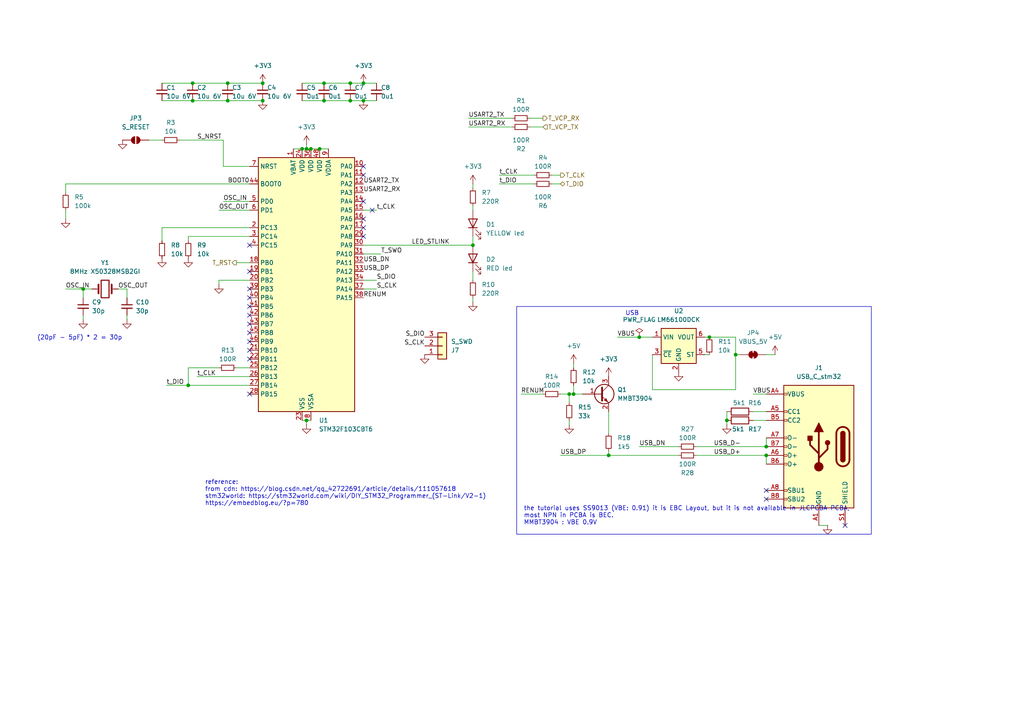
<source format=kicad_sch>
(kicad_sch (version 20231120) (generator "eeschema") (generator_version "8.0")
  (paper "A4")
  (lib_symbols
    (symbol "Connector:USB_C_Receptacle_USB2.0_16P" (pin_names (offset 1.016))
      (property "Reference" "J" (at 0 22.225 0))
      (property "Value" "USB_C_Receptacle_USB2.0_16P" (at 0 19.685 0))
      (symbol "USB_C_Receptacle_USB2.0_16P_0_0"
        (rectangle (start -0.254 -17.78) (end 0.254 -16.764))
        (rectangle (start 10.16 -14.986) (end 9.144 -15.494))
        (rectangle (start 10.16 -12.446) (end 9.144 -12.954))
        (rectangle (start 10.16 -4.826) (end 9.144 -5.334))
        (rectangle (start 10.16 -2.286) (end 9.144 -2.794))
        (rectangle (start 10.16 0.254) (end 9.144 -0.254))
        (rectangle (start 10.16 2.794) (end 9.144 2.286))
        (rectangle (start 10.16 7.874) (end 9.144 7.366))
        (rectangle (start 10.16 10.414) (end 9.144 9.906))
        (rectangle (start 10.16 15.494) (end 9.144 14.986))
      )
      (symbol "USB_C_Receptacle_USB2.0_16P_0_1"
        (rectangle (start -10.16 17.78) (end 10.16 -17.78) (stroke (width 0.254)) (fill (type background)))
        (arc (start -8.89 -3.81) (mid -6.985 -5.7067) (end -5.08 -3.81) (stroke (width 0.508)))
        (arc (start -7.62 -3.81) (mid -6.985 -4.4423) (end -6.35 -3.81) (stroke (width 0.254)))
        (arc (start -7.62 -3.81) (mid -6.985 -4.4423) (end -6.35 -3.81) (stroke (width 0.254)) (fill (type outline)))
        (rectangle (start -7.62 -3.81) (end -6.35 3.81) (stroke (width 0.254)) (fill (type outline)))
        (arc (start -6.35 3.81) (mid -6.985 4.4423) (end -7.62 3.81) (stroke (width 0.254)))
        (arc (start -6.35 3.81) (mid -6.985 4.4423) (end -7.62 3.81) (stroke (width 0.254)) (fill (type outline)))
        (arc (start -5.08 3.81) (mid -6.985 5.7067) (end -8.89 3.81) (stroke (width 0.508)))
        (circle (center -2.54 1.143) (radius 0.635) (stroke (width 0.254)) (fill (type outline)))
        (circle (center 0 -5.842) (radius 1.27) (fill (type outline)))
        (polyline (pts (xy -8.89 -3.81) (xy -8.89 3.81)) (stroke (width 0.508)))
        (polyline (pts (xy -5.08 3.81) (xy -5.08 -3.81)) (stroke (width 0.508)))
        (polyline (pts (xy 0 -5.842) (xy 0 4.318)) (stroke (width 0.508)))
        (polyline (pts (xy 0 -3.302) (xy -2.54 -0.762) (xy -2.54 0.508)) (stroke (width 0.508)))
        (polyline (pts (xy 0 -2.032) (xy 2.54 0.508) (xy 2.54 1.778)) (stroke (width 0.508)))
        (polyline (pts (xy -1.27 4.318) (xy 0 6.858) (xy 1.27 4.318) (xy -1.27 4.318)) (stroke (width 0.254)) (fill (type outline)))
        (rectangle (start 1.905 1.778) (end 3.175 3.048) (stroke (width 0.254)) (fill (type outline)))
      )
      (symbol "USB_C_Receptacle_USB2.0_16P_1_1"
        (pin passive line (at 0 -22.86 90) (length 5.08) (name "GND") (number "A1"))
        (pin passive line (at 0 -22.86 90) (length 5.08) hide (name "GND") (number "A12"))
        (pin passive line (at 15.24 15.24 180) (length 5.08) (name "VBUS") (number "A4"))
        (pin bidirectional line (at 15.24 10.16 180) (length 5.08) (name "CC1") (number "A5"))
        (pin bidirectional line (at 15.24 -2.54 180) (length 5.08) (name "D+") (number "A6"))
        (pin bidirectional line (at 15.24 2.54 180) (length 5.08) (name "D-") (number "A7"))
        (pin bidirectional line (at 15.24 -12.7 180) (length 5.08) (name "SBU1") (number "A8"))
        (pin passive line (at 15.24 15.24 180) (length 5.08) hide (name "VBUS") (number "A9"))
        (pin passive line (at 0 -22.86 90) (length 5.08) hide (name "GND") (number "B1"))
        (pin passive line (at 0 -22.86 90) (length 5.08) hide (name "GND") (number "B12"))
        (pin passive line (at 15.24 15.24 180) (length 5.08) hide (name "VBUS") (number "B4"))
        (pin bidirectional line (at 15.24 7.62 180) (length 5.08) (name "CC2") (number "B5"))
        (pin bidirectional line (at 15.24 -5.08 180) (length 5.08) (name "D+") (number "B6"))
        (pin bidirectional line (at 15.24 0 180) (length 5.08) (name "D-") (number "B7"))
        (pin bidirectional line (at 15.24 -15.24 180) (length 5.08) (name "SBU2") (number "B8"))
        (pin passive line (at 15.24 15.24 180) (length 5.08) hide (name "VBUS") (number "B9"))
        (pin passive line (at -7.62 -22.86 90) (length 5.08) (name "SHIELD") (number "S1"))
      )
    )
    (symbol "Connector_Generic:Conn_01x03" (pin_names (offset 1.016) hide)
      (property "Reference" "J" (at 0 5.08 0))
      (property "Value" "Conn_01x03" (at 0 -5.08 0))
      (symbol "Conn_01x03_1_1"
        (rectangle (start -1.27 -2.413) (end 0 -2.667) (stroke (width 0.1524)))
        (rectangle (start -1.27 0.127) (end 0 -0.127) (stroke (width 0.1524)))
        (rectangle (start -1.27 2.667) (end 0 2.413) (stroke (width 0.1524)))
        (rectangle (start -1.27 3.81) (end 1.27 -3.81) (stroke (width 0.254)) (fill (type background)))
        (pin passive line (at -5.08 2.54 0) (length 3.81) (name "Pin_1") (number "1"))
        (pin passive line (at -5.08 0 0) (length 3.81) (name "Pin_2") (number "2"))
        (pin passive line (at -5.08 -2.54 0) (length 3.81) (name "Pin_3") (number "3"))
      )
    )
    (symbol "Device:C_Small" (pin_numbers hide) (pin_names (offset 0.254) hide)
      (property "Reference" "C" (at 0.254 1.778 0))
      (property "Value" "C_Small" (at 0.254 -2.032 0))
      (symbol "C_Small_0_1"
        (polyline (pts (xy -1.524 -0.508) (xy 1.524 -0.508)) (stroke (width 0.3302)))
        (polyline (pts (xy -1.524 0.508) (xy 1.524 0.508)) (stroke (width 0.3048)))
      )
      (symbol "C_Small_1_1"
        (pin passive line (at 0 2.54 270) (length 2.032) (name "~") (number "1"))
        (pin passive line (at 0 -2.54 90) (length 2.032) (name "~") (number "2"))
      )
    )
    (symbol "Device:Crystal" (pin_numbers hide) (pin_names (offset 1.016) hide)
      (property "Reference" "Y" (at 0 3.81 0))
      (property "Value" "Crystal" (at 0 -3.81 0))
      (symbol "Crystal_0_1"
        (rectangle (start -1.143 2.54) (end 1.143 -2.54) (stroke (width 0.3048)))
        (polyline (pts (xy -2.54 0) (xy -1.905 0)))
        (polyline (pts (xy -1.905 -1.27) (xy -1.905 1.27)) (stroke (width 0.508)))
        (polyline (pts (xy 1.905 -1.27) (xy 1.905 1.27)) (stroke (width 0.508)))
        (polyline (pts (xy 2.54 0) (xy 1.905 0)))
      )
      (symbol "Crystal_1_1"
        (pin passive line (at -3.81 0 0) (length 1.27) (name "1") (number "1"))
        (pin passive line (at 3.81 0 180) (length 1.27) (name "2") (number "2"))
      )
    )
    (symbol "Device:LED" (pin_numbers hide) (pin_names (offset 1.016) hide)
      (property "Reference" "D" (at 0 2.54 0))
      (property "Value" "LED" (at 0 -2.54 0))
      (symbol "LED_0_1"
        (polyline (pts (xy -1.27 -1.27) (xy -1.27 1.27)) (stroke (width 0.254)))
        (polyline (pts (xy -1.27 0) (xy 1.27 0)))
        (polyline (pts (xy 1.27 -1.27) (xy 1.27 1.27) (xy -1.27 0) (xy 1.27 -1.27)) (stroke (width 0.254)))
        (polyline (pts (xy -3.048 -0.762) (xy -4.572 -2.286) (xy -3.81 -2.286) (xy -4.572 -2.286) (xy -4.572 -1.524)))
        (polyline (pts (xy -1.778 -0.762) (xy -3.302 -2.286) (xy -2.54 -2.286) (xy -3.302 -2.286) (xy -3.302 -1.524)))
      )
      (symbol "LED_1_1"
        (pin passive line (at -3.81 0 0) (length 2.54) (name "K") (number "1"))
        (pin passive line (at 3.81 0 180) (length 2.54) (name "A") (number "2"))
      )
    )
    (symbol "Device:R" (pin_numbers hide) (pin_names (offset 0))
      (property "Reference" "R" (at 2.032 0 90))
      (property "Value" "R" (at 0 0 90))
      (symbol "R_0_1"
        (rectangle (start -1.016 -2.54) (end 1.016 2.54) (stroke (width 0.254)))
      )
      (symbol "R_1_1"
        (pin passive line (at 0 3.81 270) (length 1.27) (name "~") (number "1"))
        (pin passive line (at 0 -3.81 90) (length 1.27) (name "~") (number "2"))
      )
    )
    (symbol "Device:R_Small" (pin_numbers hide) (pin_names (offset 0.254) hide)
      (property "Reference" "R" (at 0.762 0.508 0))
      (property "Value" "R_Small" (at 0.762 -1.016 0))
      (symbol "R_Small_0_1"
        (rectangle (start -0.762 1.778) (end 0.762 -1.778) (stroke (width 0.2032)))
      )
      (symbol "R_Small_1_1"
        (pin passive line (at 0 2.54 270) (length 0.762) (name "~") (number "1"))
        (pin passive line (at 0 -2.54 90) (length 0.762) (name "~") (number "2"))
      )
    )
    (symbol "Jumper:SolderJumper_2_Bridged" (pin_numbers hide) (pin_names (offset 0) hide) (exclude_from_sim yes) (in_bom no)
      (property "Reference" "JP" (at 0 2.032 0))
      (property "Value" "SolderJumper_2_Bridged" (at 0 -2.54 0))
      (symbol "SolderJumper_2_Bridged_0_1"
        (rectangle (start -0.508 0.508) (end 0.508 -0.508) (fill (type outline)))
        (arc (start -0.254 1.016) (mid -1.2656 0) (end -0.254 -1.016))
        (arc (start -0.254 1.016) (mid -1.2656 0) (end -0.254 -1.016) (fill (type outline)))
        (polyline (pts (xy -0.254 1.016) (xy -0.254 -1.016)))
        (polyline (pts (xy 0.254 1.016) (xy 0.254 -1.016)))
        (arc (start 0.254 -1.016) (mid 1.2656 0) (end 0.254 1.016))
        (arc (start 0.254 -1.016) (mid 1.2656 0) (end 0.254 1.016) (fill (type outline)))
      )
      (symbol "SolderJumper_2_Bridged_1_1"
        (pin passive line (at -3.81 0 0) (length 2.54) (name "A") (number "1"))
        (pin passive line (at 3.81 0 180) (length 2.54) (name "B") (number "2"))
      )
    )
    (symbol "Jumper:SolderJumper_2_Open" (pin_numbers hide) (pin_names (offset 0) hide) (exclude_from_sim yes) (in_bom no)
      (property "Reference" "JP" (at 0 2.032 0))
      (property "Value" "SolderJumper_2_Open" (at 0 -2.54 0))
      (symbol "SolderJumper_2_Open_0_1"
        (arc (start -0.254 1.016) (mid -1.2656 0) (end -0.254 -1.016))
        (arc (start -0.254 1.016) (mid -1.2656 0) (end -0.254 -1.016) (fill (type outline)))
        (polyline (pts (xy -0.254 1.016) (xy -0.254 -1.016)))
        (polyline (pts (xy 0.254 1.016) (xy 0.254 -1.016)))
        (arc (start 0.254 -1.016) (mid 1.2656 0) (end 0.254 1.016))
        (arc (start 0.254 -1.016) (mid 1.2656 0) (end 0.254 1.016) (fill (type outline)))
      )
      (symbol "SolderJumper_2_Open_1_1"
        (pin passive line (at -3.81 0 0) (length 2.54) (name "A") (number "1"))
        (pin passive line (at 3.81 0 180) (length 2.54) (name "B") (number "2"))
      )
    )
    (symbol "MCU_ST_STM32F1:STM32F103CBTx"
      (property "Reference" "U" (at -12.7 39.37 0))
      (property "Value" "STM32F103CBTx" (at 10.16 39.37 0))
      (symbol "STM32F103CBTx_0_1"
        (rectangle (start -12.7 -35.56) (end 15.24 38.1) (stroke (width 0.254)) (fill (type background)))
      )
      (symbol "STM32F103CBTx_1_1"
        (pin power_in line (at -2.54 40.64 270) (length 2.54) (name "VBAT") (number "1"))
        (pin bidirectional line (at 17.78 35.56 180) (length 2.54) (name "PA0") (number "10"))
        (pin bidirectional line (at 17.78 33.02 180) (length 2.54) (name "PA1") (number "11"))
        (pin bidirectional line (at 17.78 30.48 180) (length 2.54) (name "PA2") (number "12"))
        (pin bidirectional line (at 17.78 27.94 180) (length 2.54) (name "PA3") (number "13"))
        (pin bidirectional line (at 17.78 25.4 180) (length 2.54) (name "PA4") (number "14"))
        (pin bidirectional line (at 17.78 22.86 180) (length 2.54) (name "PA5") (number "15"))
        (pin bidirectional line (at 17.78 20.32 180) (length 2.54) (name "PA6") (number "16"))
        (pin bidirectional line (at 17.78 17.78 180) (length 2.54) (name "PA7") (number "17"))
        (pin bidirectional line (at -15.24 7.62 0) (length 2.54) (name "PB0") (number "18"))
        (pin bidirectional line (at -15.24 5.08 0) (length 2.54) (name "PB1") (number "19"))
        (pin bidirectional line (at -15.24 17.78 0) (length 2.54) (name "PC13") (number "2"))
        (pin bidirectional line (at -15.24 2.54 0) (length 2.54) (name "PB2") (number "20"))
        (pin bidirectional line (at -15.24 -17.78 0) (length 2.54) (name "PB10") (number "21"))
        (pin bidirectional line (at -15.24 -20.32 0) (length 2.54) (name "PB11") (number "22"))
        (pin power_in line (at 0 -38.1 90) (length 2.54) (name "VSS") (number "23"))
        (pin power_in line (at 0 40.64 270) (length 2.54) (name "VDD") (number "24"))
        (pin bidirectional line (at -15.24 -22.86 0) (length 2.54) (name "PB12") (number "25"))
        (pin bidirectional line (at -15.24 -25.4 0) (length 2.54) (name "PB13") (number "26"))
        (pin bidirectional line (at -15.24 -27.94 0) (length 2.54) (name "PB14") (number "27"))
        (pin bidirectional line (at -15.24 -30.48 0) (length 2.54) (name "PB15") (number "28"))
        (pin bidirectional line (at 17.78 15.24 180) (length 2.54) (name "PA8") (number "29"))
        (pin bidirectional line (at -15.24 15.24 0) (length 2.54) (name "PC14") (number "3"))
        (pin bidirectional line (at 17.78 12.7 180) (length 2.54) (name "PA9") (number "30"))
        (pin bidirectional line (at 17.78 10.16 180) (length 2.54) (name "PA10") (number "31"))
        (pin bidirectional line (at 17.78 7.62 180) (length 2.54) (name "PA11") (number "32"))
        (pin bidirectional line (at 17.78 5.08 180) (length 2.54) (name "PA12") (number "33"))
        (pin bidirectional line (at 17.78 2.54 180) (length 2.54) (name "PA13") (number "34"))
        (pin passive line (at 0 -38.1 90) (length 2.54) hide (name "VSS") (number "35"))
        (pin power_in line (at 2.54 40.64 270) (length 2.54) (name "VDD") (number "36"))
        (pin bidirectional line (at 17.78 0 180) (length 2.54) (name "PA14") (number "37"))
        (pin bidirectional line (at 17.78 -2.54 180) (length 2.54) (name "PA15") (number "38"))
        (pin bidirectional line (at -15.24 0 0) (length 2.54) (name "PB3") (number "39"))
        (pin bidirectional line (at -15.24 12.7 0) (length 2.54) (name "PC15") (number "4"))
        (pin bidirectional line (at -15.24 -2.54 0) (length 2.54) (name "PB4") (number "40"))
        (pin bidirectional line (at -15.24 -5.08 0) (length 2.54) (name "PB5") (number "41"))
        (pin bidirectional line (at -15.24 -7.62 0) (length 2.54) (name "PB6") (number "42"))
        (pin bidirectional line (at -15.24 -10.16 0) (length 2.54) (name "PB7") (number "43"))
        (pin input line (at -15.24 30.48 0) (length 2.54) (name "BOOT0") (number "44"))
        (pin bidirectional line (at -15.24 -12.7 0) (length 2.54) (name "PB8") (number "45"))
        (pin bidirectional line (at -15.24 -15.24 0) (length 2.54) (name "PB9") (number "46"))
        (pin passive line (at 0 -38.1 90) (length 2.54) hide (name "VSS") (number "47"))
        (pin power_in line (at 5.08 40.64 270) (length 2.54) (name "VDD") (number "48"))
        (pin bidirectional line (at -15.24 25.4 0) (length 2.54) (name "PD0") (number "5"))
        (pin bidirectional line (at -15.24 22.86 0) (length 2.54) (name "PD1") (number "6"))
        (pin input line (at -15.24 35.56 0) (length 2.54) (name "NRST") (number "7"))
        (pin power_in line (at 2.54 -38.1 90) (length 2.54) (name "VSSA") (number "8"))
        (pin power_in line (at 7.62 40.64 270) (length 2.54) (name "VDDA") (number "9"))
      )
    )
    (symbol "Power_Management:LM66100DCK"
      (property "Reference" "U" (at -5.08 6.096 0))
      (property "Value" "LM66100DCK" (at 0.254 -6.35 0))
      (symbol "LM66100DCK_0_1"
        (rectangle (start -5.08 5.08) (end 5.08 -5.08) (stroke (width 0.254)) (fill (type background)))
      )
      (symbol "LM66100DCK_1_1"
        (pin power_in line (at -7.62 2.54 0) (length 2.54) (name "VIN") (number "1"))
        (pin power_in line (at 0 -7.62 90) (length 2.54) (name "GND") (number "2"))
        (pin input line (at -7.62 -2.54 0) (length 2.54) (name "~{CE}") (number "3"))
        (pin no_connect line (at 0 5.08 270) (length 2.54) hide (name "NC") (number "4"))
        (pin open_collector line (at 7.62 -2.54 180) (length 2.54) (name "ST") (number "5"))
        (pin power_out line (at 7.62 2.54 180) (length 2.54) (name "VOUT") (number "6"))
      )
    )
    (symbol "Transistor_BJT:MMBT3904" (pin_names (offset 0) hide)
      (property "Reference" "Q" (at 5.08 1.905 0))
      (property "Value" "MMBT3904" (at 5.08 0 0))
      (symbol "MMBT3904_0_1"
        (polyline (pts (xy 0.635 0.635) (xy 2.54 2.54)))
        (polyline (pts (xy 0.635 -0.635) (xy 2.54 -2.54) (xy 2.54 -2.54)))
        (polyline (pts (xy 0.635 1.905) (xy 0.635 -1.905) (xy 0.635 -1.905)) (stroke (width 0.508)))
        (polyline (pts (xy 1.27 -1.778) (xy 1.778 -1.27) (xy 2.286 -2.286) (xy 1.27 -1.778) (xy 1.27 -1.778)) (fill (type outline)))
        (circle (center 1.27 0) (radius 2.8194) (stroke (width 0.254)))
      )
      (symbol "MMBT3904_1_1"
        (pin input line (at -5.08 0 0) (length 5.715) (name "B") (number "1"))
        (pin passive line (at 2.54 -5.08 90) (length 2.54) (name "E") (number "2"))
        (pin passive line (at 2.54 5.08 270) (length 2.54) (name "C") (number "3"))
      )
    )
    (symbol "power:+3V3" (power) (pin_numbers hide) (pin_names (offset 0) hide)
      (property "Value" "+3V3" (at 0 3.556 0))
      (symbol "+3V3_0_1"
        (polyline (pts (xy -0.762 1.27) (xy 0 2.54)))
        (polyline (pts (xy 0 0) (xy 0 2.54)))
        (polyline (pts (xy 0 2.54) (xy 0.762 1.27)))
      )
      (symbol "+3V3_1_1"
        (pin power_in line (at 0 0 90) (length 0) (name "~") (number "1"))
      )
    )
    (symbol "power:+5V" (power) (pin_numbers hide) (pin_names (offset 0) hide)
      (property "Value" "+5V" (at 0 3.556 0))
      (symbol "+5V_0_1"
        (polyline (pts (xy -0.762 1.27) (xy 0 2.54)))
        (polyline (pts (xy 0 0) (xy 0 2.54)))
        (polyline (pts (xy 0 2.54) (xy 0.762 1.27)))
      )
      (symbol "+5V_1_1"
        (pin power_in line (at 0 0 90) (length 0) (name "~") (number "1"))
      )
    )
    (symbol "power:GND" (power) (pin_numbers hide) (pin_names (offset 0) hide)
      (property "Value" "GND" (at 0 -3.81 0))
      (symbol "GND_0_1"
        (polyline (pts (xy 0 0) (xy 0 -1.27) (xy 1.27 -1.27) (xy 0 -2.54) (xy -1.27 -1.27) (xy 0 -1.27)))
      )
      (symbol "GND_1_1"
        (pin power_in line (at 0 0 270) (length 0) (name "~") (number "1"))
      )
    )
    (symbol "power:PWR_FLAG" (power) (pin_numbers hide) (pin_names (offset 0) hide)
      (property "Value" "PWR_FLAG" (at 0 3.81 0))
      (symbol "PWR_FLAG_0_0"
        (pin power_out line (at 0 0 90) (length 0) (name "~") (number "1"))
      )
      (symbol "PWR_FLAG_0_1"
        (polyline (pts (xy 0 0) (xy 0 1.27) (xy -1.016 1.905) (xy 0 2.54) (xy 1.016 1.905) (xy 0 1.27)))
      )
    )
  )
  (junction (at 93.98 24.13))
  (junction (at 87.63 43.18))
  (junction (at 222.25 129.54))
  (junction (at 105.41 24.13))
  (junction (at 93.98 29.21))
  (junction (at 165.1 114.3))
  (junction (at 166.37 114.3))
  (junction (at 24.13 83.82))
  (junction (at 92.71 43.18))
  (junction (at 88.9 121.92))
  (junction (at 88.9 43.18))
  (junction (at 66.04 29.21))
  (junction (at 76.2 24.13))
  (junction (at 54.61 111.76))
  (junction (at 55.88 29.21))
  (junction (at 66.04 24.13))
  (junction (at 137.16 71.12))
  (junction (at 176.53 132.08))
  (junction (at 55.88 24.13))
  (junction (at 105.41 29.21))
  (junction (at 101.6 24.13))
  (junction (at 76.2 29.21))
  (junction (at 101.6 29.21))
  (junction (at 185.42 97.79))
  (junction (at 213.36 102.87))
  (junction (at 90.17 43.18))
  (junction (at 210.82 121.92))
  (junction (at 222.25 132.08))
  (junction (at 205.74 97.79))
  (no_connect (at 72.39 104.14))
  (no_connect (at 72.39 86.36))
  (no_connect (at 72.39 93.98))
  (no_connect (at 72.39 71.12))
  (no_connect (at 72.39 78.74))
  (no_connect (at 105.41 48.26))
  (no_connect (at 72.39 114.3))
  (no_connect (at 245.11 152.4))
  (no_connect (at 105.41 58.42))
  (no_connect (at 222.25 144.78))
  (no_connect (at 72.39 99.06))
  (no_connect (at 105.41 63.5))
  (no_connect (at 72.39 91.44))
  (no_connect (at 72.39 83.82))
  (no_connect (at 105.41 50.8))
  (no_connect (at 72.39 96.52))
  (no_connect (at 222.25 142.24))
  (no_connect (at 107.95 60.96))
  (no_connect (at 105.41 66.04))
  (no_connect (at 105.41 68.58))
  (no_connect (at 72.39 88.9))
  (no_connect (at 72.39 101.6))
  (wire (pts (xy 137.16 81.28) (xy 137.16 78.74)))
  (wire (pts (xy 137.16 87.63) (xy 137.16 86.36)))
  (wire (pts (xy 88.9 41.91) (xy 88.9 43.18)))
  (wire (pts (xy 88.9 43.18) (xy 87.63 43.18)))
  (wire (pts (xy 137.16 71.12) (xy 137.16 68.58)))
  (wire (pts (xy 162.56 132.08) (xy 176.53 132.08)))
  (wire (pts (xy 92.71 43.18) (xy 95.25 43.18)))
  (wire (pts (xy 109.22 60.96) (xy 105.41 60.96)))
  (wire (pts (xy 46.99 29.21) (xy 55.88 29.21)))
  (wire (pts (xy 88.9 121.92) (xy 87.63 121.92)))
  (wire (pts (xy 48.26 111.76) (xy 54.61 111.76)))
  (wire (pts (xy 63.5 106.68) (xy 54.61 106.68)))
  (wire (pts (xy 213.36 102.87) (xy 213.36 97.79)))
  (wire (pts (xy 166.37 111.76) (xy 166.37 114.3)))
  (wire (pts (xy 90.17 43.18) (xy 92.71 43.18)))
  (wire (pts (xy 19.05 55.88) (xy 19.05 53.34)))
  (wire (pts (xy 55.88 29.21) (xy 66.04 29.21)))
  (wire (pts (xy 64.77 48.26) (xy 72.39 48.26)))
  (wire (pts (xy 54.61 106.68) (xy 54.61 111.76)))
  (wire (pts (xy 189.23 102.87) (xy 189.23 113.03)))
  (wire (pts (xy 24.13 83.82) (xy 26.67 83.82)))
  (wire (pts (xy 88.9 43.18) (xy 90.17 43.18)))
  (wire (pts (xy 68.58 76.2) (xy 72.39 76.2)))
  (wire (pts (xy 105.41 71.12) (xy 137.16 71.12)))
  (wire (pts (xy 166.37 105.41) (xy 166.37 106.68)))
  (wire (pts (xy 66.04 24.13) (xy 76.2 24.13)))
  (wire (pts (xy 176.53 132.08) (xy 196.85 132.08)))
  (wire (pts (xy 196.85 129.54) (xy 185.42 129.54)))
  (wire (pts (xy 46.99 69.85) (xy 46.99 66.04)))
  (wire (pts (xy 87.63 43.18) (xy 85.09 43.18)))
  (wire (pts (xy 218.44 121.92) (xy 222.25 121.92)))
  (wire (pts (xy 105.41 83.82) (xy 109.22 83.82)))
  (wire (pts (xy 222.25 127) (xy 222.25 129.54)))
  (wire (pts (xy 57.15 109.22) (xy 72.39 109.22)))
  (wire (pts (xy 24.13 91.44) (xy 24.13 92.71)))
  (wire (pts (xy 34.29 83.82) (xy 36.83 83.82)))
  (wire (pts (xy 137.16 59.69) (xy 137.16 60.96)))
  (wire (pts (xy 166.37 114.3) (xy 168.91 114.3)))
  (wire (pts (xy 101.6 24.13) (xy 105.41 24.13)))
  (wire (pts (xy 153.67 34.29) (xy 157.48 34.29)))
  (wire (pts (xy 43.18 40.64) (xy 46.99 40.64)))
  (wire (pts (xy 19.05 83.82) (xy 24.13 83.82)))
  (wire (pts (xy 151.13 114.3) (xy 157.48 114.3)))
  (wire (pts (xy 160.02 53.34) (xy 162.56 53.34)))
  (wire (pts (xy 87.63 24.13) (xy 93.98 24.13)))
  (wire (pts (xy 160.02 50.8) (xy 162.56 50.8)))
  (wire (pts (xy 64.77 40.64) (xy 52.07 40.64)))
  (wire (pts (xy 105.41 24.13) (xy 109.22 24.13)))
  (wire (pts (xy 24.13 83.82) (xy 24.13 86.36)))
  (wire (pts (xy 218.44 119.38) (xy 222.25 119.38)))
  (wire (pts (xy 105.41 81.28) (xy 109.22 81.28)))
  (wire (pts (xy 213.36 113.03) (xy 213.36 102.87)))
  (wire (pts (xy 218.44 114.3) (xy 222.25 114.3)))
  (wire (pts (xy 135.89 34.29) (xy 148.59 34.29)))
  (wire (pts (xy 165.1 114.3) (xy 166.37 114.3)))
  (wire (pts (xy 46.99 24.13) (xy 55.88 24.13)))
  (wire (pts (xy 214.63 102.87) (xy 213.36 102.87)))
  (wire (pts (xy 153.67 36.83) (xy 157.48 36.83)))
  (wire (pts (xy 36.83 86.36) (xy 36.83 83.82)))
  (wire (pts (xy 101.6 29.21) (xy 105.41 29.21)))
  (wire (pts (xy 210.82 119.38) (xy 210.82 121.92)))
  (wire (pts (xy 185.42 97.79) (xy 189.23 97.79)))
  (wire (pts (xy 64.77 48.26) (xy 64.77 40.64)))
  (wire (pts (xy 135.89 36.83) (xy 148.59 36.83)))
  (wire (pts (xy 55.88 24.13) (xy 66.04 24.13)))
  (wire (pts (xy 105.41 29.21) (xy 109.22 29.21)))
  (wire (pts (xy 54.61 68.58) (xy 54.61 69.85)))
  (wire (pts (xy 201.93 132.08) (xy 222.25 132.08)))
  (wire (pts (xy 63.5 60.96) (xy 72.39 60.96)))
  (wire (pts (xy 93.98 29.21) (xy 101.6 29.21)))
  (wire (pts (xy 179.07 97.79) (xy 185.42 97.79)))
  (wire (pts (xy 201.93 129.54) (xy 222.25 129.54)))
  (wire (pts (xy 63.5 81.28) (xy 63.5 82.55)))
  (wire (pts (xy 176.53 125.73) (xy 176.53 119.38)))
  (wire (pts (xy 87.63 29.21) (xy 93.98 29.21)))
  (wire (pts (xy 162.56 114.3) (xy 165.1 114.3)))
  (wire (pts (xy 88.9 121.92) (xy 90.17 121.92)))
  (wire (pts (xy 205.74 97.79) (xy 213.36 97.79)))
  (wire (pts (xy 240.03 152.4) (xy 237.49 152.4)))
  (wire (pts (xy 54.61 111.76) (xy 72.39 111.76)))
  (wire (pts (xy 165.1 123.19) (xy 165.1 121.92)))
  (wire (pts (xy 72.39 68.58) (xy 54.61 68.58)))
  (wire (pts (xy 19.05 53.34) (xy 72.39 53.34)))
  (wire (pts (xy 19.05 63.5) (xy 19.05 60.96)))
  (wire (pts (xy 93.98 24.13) (xy 101.6 24.13)))
  (wire (pts (xy 36.83 91.44) (xy 36.83 92.71)))
  (wire (pts (xy 154.94 53.34) (xy 144.78 53.34)))
  (wire (pts (xy 46.99 66.04) (xy 72.39 66.04)))
  (wire (pts (xy 105.41 73.66) (xy 110.49 73.66)))
  (wire (pts (xy 88.9 121.92) (xy 88.9 123.19)))
  (wire (pts (xy 204.47 97.79) (xy 205.74 97.79)))
  (wire (pts (xy 189.23 113.03) (xy 213.36 113.03)))
  (wire (pts (xy 68.58 106.68) (xy 72.39 106.68)))
  (wire (pts (xy 72.39 81.28) (xy 63.5 81.28)))
  (wire (pts (xy 204.47 102.87) (xy 205.74 102.87)))
  (wire (pts (xy 144.78 50.8) (xy 154.94 50.8)))
  (wire (pts (xy 64.77 58.42) (xy 72.39 58.42)))
  (wire (pts (xy 137.16 54.61) (xy 137.16 53.34)))
  (wire (pts (xy 176.53 130.81) (xy 176.53 132.08)))
  (wire (pts (xy 224.79 102.87) (xy 222.25 102.87)))
  (wire (pts (xy 165.1 116.84) (xy 165.1 114.3)))
  (wire (pts (xy 66.04 29.21) (xy 76.2 29.21)))
  (wire (pts (xy 210.82 121.92) (xy 210.82 123.19)))
  (wire (pts (xy 222.25 132.08) (xy 222.25 134.62)))
  (rectangle (start 149.86 88.9) (end 252.73 154.94))
  (text "the tutorial uses SS9013 (VBE: 0.91) it is EBC Layout, but it is not available in JLCPCBA PCBA,\nmost NPN in PCBA is BEC.\nMMBT3904 : VBE 0.9V" (at 151.892 149.606 0) (effects (font (size 1.27 1.27)) (justify left)))
  (text "(20pF - 5pF) * 2 = 30p" (at 23.114 98.044 0) (effects (font (size 1.27 1.27))))
  (text "USB" (at 181.356 91.694 0) (effects (font (size 1.27 1.27)) (justify left bottom)))
  (text "reference:\nfrom cdn: https://blog.csdn.net/qq_42722691/article/details/111057618\nstm32world: https://stm32world.com/wiki/DIY_STM32_Programmer_(ST-Link/V2-1)\nhttps://embedblog.eu/?p=780" (at 59.436 139.192 0) (effects (font (size 1.27 1.27)) (justify left top)))
  (label "t_CLK" (at 57.15 109.22 0))
  (label "S_DIO" (at 109.22 81.28 0))
  (label "OSC_OUT" (at 63.5 60.96 0))
  (label "T_SWO" (at 110.49 73.66 0))
  (label "t_CLK" (at 144.78 50.8 0))
  (label "USB_DN" (at 185.42 129.54 0))
  (label "OSC_IN" (at 64.77 58.42 0))
  (label "t_CLK" (at 109.22 60.96 0))
  (label "OSC_IN" (at 19.05 83.82 0))
  (label "USART2_TX" (at 135.89 34.29 0))
  (label "S_CLK" (at 123.19 100.33 180))
  (label "USB_D-" (at 207.01 129.54 0))
  (label "USART2_RX" (at 105.41 55.88 0))
  (label "S_DIO" (at 123.19 97.79 180))
  (label "USART2_RX" (at 135.89 36.83 0))
  (label "USB_D+" (at 207.01 132.08 0))
  (label "USB_DN" (at 105.41 76.2 0))
  (label "t_DIO" (at 48.26 111.76 0))
  (label "VBUS" (at 179.07 97.79 0))
  (label "OSC_OUT" (at 34.29 83.82 0))
  (label "RENUM" (at 105.41 86.36 0))
  (label "S_NRST" (at 57.15 40.64 0))
  (label "t_DIO" (at 144.78 53.34 0))
  (label "RENUM" (at 151.13 114.3 0))
  (label "BOOT0" (at 66.04 53.34 0))
  (label "VBUS" (at 218.44 114.3 0))
  (label "LED_STLINK" (at 119.38 71.12 0))
  (label "S_CLK" (at 109.22 83.82 0))
  (label "USB_DP" (at 162.56 132.08 0))
  (label "USART2_TX" (at 105.41 53.34 0))
  (label "USB_DP" (at 105.41 78.74 0))
  (hierarchical_label "T_VCP_RX" (shape output) (at 157.48 34.29 0))
  (hierarchical_label "T_VCP_TX" (shape input) (at 157.48 36.83 0))
  (hierarchical_label "T_CLK" (shape output) (at 162.56 50.8 0))
  (hierarchical_label "T_DIO" (shape bidirectional) (at 162.56 53.34 0))
  (hierarchical_label "T_RST" (shape output) (at 68.58 76.2 180))
  (symbol (lib_id "Device:R_Small") (at 176.53 128.27 0) (unit 1)
    (property "Reference" "R18" (at 179.07 127 0) (effects (justify left)))
    (property "Value" "1k5" (at 179.07 129.54 0) (effects (justify left)))
    (property "Footprint" "Resistor_SMD:R_0402_1005Metric" (effects (hide yes)))
    (property "Description" "Resistor, small symbol" (effects (hide yes)))
  )
  (symbol (lib_id "power:GND") (at 196.85 107.95 0) (unit 1)
    (property "Reference" "#PWR019" (effects (hide yes)))
    (property "Value" "GND" (effects (hide yes)))
    (property "Description" "Power symbol creates a global label with name \"GND\" , ground" (effects (hide yes)))
  )
  (symbol (lib_id "Jumper:SolderJumper_2_Open") (at 39.37 40.64 0) (unit 1) (exclude_from_sim yes) (in_bom no)
    (property "Reference" "JP3" (at 39.37 34.29 0))
    (property "Value" "S_RESET" (at 39.37 36.83 0))
    (property "Footprint" "Jumper:SolderJumper-2_P1.3mm_Open_RoundedPad1.0x1.5mm" (effects (hide yes)))
    (property "Description" "Solder Jumper, 2-pole, open" (effects (hide yes)))
  )
  (symbol (lib_id "power:+3V3") (at 176.53 109.22 0) (unit 1)
    (property "Reference" "#PWR020" (effects (hide yes)))
    (property "Value" "+3V3" (at 176.53 104.14 0))
    (property "Description" "Power symbol creates a global label with name \"+3V3\"" (effects (hide yes)))
  )
  (symbol (lib_id "Device:R_Small") (at 160.02 114.3 90) (unit 1)
    (property "Reference" "R14" (at 160.02 109.22 90))
    (property "Value" "100R" (at 160.02 111.76 90))
    (property "Footprint" "Resistor_SMD:R_0402_1005Metric" (effects (hide yes)))
    (property "Description" "Resistor, small symbol" (effects (hide yes)))
  )
  (symbol (lib_id "Device:R_Small") (at 157.48 50.8 90) (unit 1)
    (property "Reference" "R4" (at 157.48 45.72 90))
    (property "Value" "100R" (at 157.48 48.26 90))
    (property "Footprint" "Resistor_SMD:R_0402_1005Metric" (effects (hide yes)))
    (property "Description" "Resistor, small symbol" (effects (hide yes)))
  )
  (symbol (lib_id "Device:R_Small") (at 49.53 40.64 90) (unit 1)
    (property "Reference" "R3" (at 49.53 35.56 90))
    (property "Value" "10k" (at 49.53 38.1 90))
    (property "Footprint" "Resistor_SMD:R_0402_1005Metric" (effects (hide yes)))
    (property "Description" "Resistor, small symbol" (effects (hide yes)))
  )
  (symbol (lib_id "power:GND") (at 54.61 74.93 0) (unit 1)
    (property "Reference" "#PWR012" (effects (hide yes)))
    (property "Value" "GND" (effects (hide yes)))
    (property "Description" "Power symbol creates a global label with name \"GND\" , ground" (effects (hide yes)))
  )
  (symbol (lib_id "Device:C_Small") (at 46.99 26.67 0) (unit 1)
    (property "Reference" "C1" (at 48.26 25.4 0) (effects (justify left)))
    (property "Value" "10u 6V" (at 48.26 27.94 0) (effects (justify left)))
    (property "Footprint" "Capacitor_SMD:C_0402_1005Metric" (effects (hide yes)))
    (property "Description" "Unpolarized capacitor, small symbol" (effects (hide yes)))
  )
  (symbol (lib_id "power:GND") (at 123.19 102.87 0) (unit 1)
    (property "Reference" "#PWR042" (effects (hide yes)))
    (property "Value" "GND" (effects (hide yes)))
    (property "Description" "Power symbol creates a global label with name \"GND\" , ground" (effects (hide yes)))
  )
  (symbol (lib_id "Device:R") (at 214.63 119.38 90) (unit 1)
    (property "Reference" "R16" (at 218.948 116.84 90))
    (property "Value" "5k1" (at 214.376 116.84 90))
    (property "Footprint" "Resistor_SMD:R_0402_1005Metric" (effects (hide yes)))
    (property "Description" "Resistor" (effects (hide yes)))
  )
  (symbol (lib_id "power:PWR_FLAG") (at 185.42 97.79 0) (unit 1)
    (property "Reference" "#FLG01" (effects (hide yes)))
    (property "Value" "PWR_FLAG" (at 185.42 92.71 0))
    (property "Description" "Special symbol for telling ERC where power comes from" (effects (hide yes)))
  )
  (symbol (lib_id "Device:LED") (at 137.16 74.93 90) (unit 1)
    (property "Reference" "D2" (at 140.97 75.2474 90) (effects (justify right)))
    (property "Value" "RED led" (at 140.97 77.7874 90) (effects (justify right)))
    (property "Footprint" "LED_SMD:LED_0603_1608Metric" (effects (hide yes)))
    (property "Description" "Light emitting diode" (effects (hide yes)))
  )
  (symbol (lib_id "Device:C_Small") (at 76.2 26.67 0) (unit 1)
    (property "Reference" "C4" (at 77.47 25.4 0) (effects (justify left)))
    (property "Value" "10u 6V" (at 77.47 27.94 0) (effects (justify left)))
    (property "Footprint" "Capacitor_SMD:C_0402_1005Metric" (effects (hide yes)))
    (property "Description" "Unpolarized capacitor, small symbol" (effects (hide yes)))
  )
  (symbol (lib_id "Power_Management:LM66100DCK") (at 196.85 100.33 0) (unit 1)
    (property "Reference" "U2" (at 196.85 90.17 0))
    (property "Value" "LM66100DCK" (at 196.85 92.71 0))
    (property "Footprint" "Package_TO_SOT_SMD:SOT-363_SC-70-6" (effects (hide yes)))
    (property "Datasheet" "https://www.ti.com/lit/ds/symlink/lm66100.pdf" (effects (hide yes)))
    (property "Description" "Ideal Diode With Input Polarity Protection 1.5 - 5.5V  Input Voltage, 1.5A Output Current, Ron 141 mOhm, SC-70-6" (effects (hide yes)))
  )
  (symbol (lib_id "Device:R_Small") (at 199.39 129.54 270) (unit 1)
    (property "Reference" "R27" (at 199.39 124.46 90))
    (property "Value" "100R" (at 199.39 127 90))
    (property "Footprint" "Resistor_SMD:R_0402_1005Metric" (effects (hide yes)))
    (property "Description" "Resistor, small symbol" (effects (hide yes)))
  )
  (symbol (lib_id "Device:R_Small") (at 157.48 53.34 90) (mirror x) (unit 1)
    (property "Reference" "R6" (at 157.48 59.69 90))
    (property "Value" "100R" (at 157.48 57.15 90))
    (property "Footprint" "Resistor_SMD:R_0402_1005Metric" (effects (hide yes)))
    (property "Description" "Resistor, small symbol" (effects (hide yes)))
  )
  (symbol (lib_id "Connector:USB_C_Receptacle_USB2.0_16P") (at 237.49 129.54 0) (mirror y) (unit 1)
    (property "Reference" "J1" (at 237.49 106.68 0))
    (property "Value" "USB_C_stm32" (at 237.49 109.22 0))
    (property "Footprint" "Connector_USB:USB_C_Receptacle_GCT_USB4105-xx-A_16P_TopMnt_Horizontal" (effects (hide yes)))
    (property "Datasheet" "https://www.usb.org/sites/default/files/documents/usb_type-c.zip" (effects (hide yes)))
    (property "Description" "USB 2.0-only 16P Type-C Receptacle connector" (effects (hide yes)))
  )
  (symbol (lib_id "power:+3V3") (at 88.9 41.91 0) (unit 1)
    (property "Reference" "#PWR06" (effects (hide yes)))
    (property "Value" "+3V3" (at 88.9 36.83 0))
    (property "Description" "Power symbol creates a global label with name \"+3V3\"" (effects (hide yes)))
  )
  (symbol (lib_id "Device:R_Small") (at 54.61 72.39 0) (unit 1)
    (property "Reference" "R9" (at 57.15 71.12 0) (effects (justify left)))
    (property "Value" "10k" (at 57.15 73.66 0) (effects (justify left)))
    (property "Footprint" "Resistor_SMD:R_0402_1005Metric" (effects (hide yes)))
    (property "Description" "Resistor, small symbol" (effects (hide yes)))
  )
  (symbol (lib_id "Device:C_Small") (at 24.13 88.9 0) (unit 1)
    (property "Reference" "C9" (at 26.67 87.6362 0) (effects (justify left)))
    (property "Value" "30p" (at 26.67 90.1762 0) (effects (justify left)))
    (property "Footprint" "Capacitor_SMD:C_0402_1005Metric" (effects (hide yes)))
    (property "Description" "Unpolarized capacitor, small symbol" (effects (hide yes)))
  )
  (symbol (lib_id "Device:C_Small") (at 66.04 26.67 0) (unit 1)
    (property "Reference" "C3" (at 67.31 25.4 0) (effects (justify left)))
    (property "Value" "10u 6V" (at 67.31 27.94 0) (effects (justify left)))
    (property "Footprint" "Capacitor_SMD:C_0402_1005Metric" (effects (hide yes)))
    (property "Description" "Unpolarized capacitor, small symbol" (effects (hide yes)))
  )
  (symbol (lib_id "Device:R_Small") (at 199.39 132.08 270) (mirror x) (unit 1)
    (property "Reference" "R28" (at 199.39 137.16 90))
    (property "Value" "100R" (at 199.39 134.62 90))
    (property "Footprint" "Resistor_SMD:R_0402_1005Metric" (effects (hide yes)))
    (property "Description" "Resistor, small symbol" (effects (hide yes)))
  )
  (symbol (lib_id "Device:C_Small") (at 101.6 26.67 0) (unit 1)
    (property "Reference" "C7" (at 102.87 25.4 0) (effects (justify left)))
    (property "Value" "0u1" (at 102.87 27.94 0) (effects (justify left)))
    (property "Footprint" "Capacitor_SMD:C_0402_1005Metric" (effects (hide yes)))
    (property "Description" "Unpolarized capacitor, small symbol" (effects (hide yes)))
  )
  (symbol (lib_id "Transistor_BJT:MMBT3904") (at 173.99 114.3 0) (unit 1)
    (property "Reference" "Q1" (at 179.07 113.03 0) (effects (justify left)))
    (property "Value" "MMBT3904" (at 179.07 115.57 0) (effects (justify left)))
    (property "Footprint" "Package_TO_SOT_SMD:SOT-23" (effects (hide yes)))
    (property "Datasheet" "https://www.onsemi.com/pdf/datasheet/pzt3904-d.pdf" (effects (hide yes)))
    (property "Description" "0.2A Ic, 40V Vce, Small Signal NPN Transistor, SOT-23" (effects (hide yes)))
  )
  (symbol (lib_id "Connector_Generic:Conn_01x03") (at 128.27 100.33 0) (mirror x) (unit 1)
    (property "Reference" "J7" (at 130.81 101.6 0) (effects (justify left)))
    (property "Value" "S_SWD" (at 130.81 99.06 0) (effects (justify left)))
    (property "Footprint" "Connector_PinHeader_2.54mm:PinHeader_1x03_P2.54mm_Vertical" (effects (hide yes)))
    (property "Description" "Generic connector, single row, 01x03, script generated (kicad-library-utils/schlib/autogen/connector/)" (effects (hide yes)))
  )
  (symbol (lib_id "Device:Crystal") (at 30.48 83.82 0) (unit 1)
    (property "Reference" "Y1" (at 30.48 76.2 0))
    (property "Value" "8MHz X50328MSB2GI" (at 30.48 78.74 0))
    (property "Footprint" "Crystal:Crystal_SMD_5032-2Pin_5.0x3.2mm" (effects (hide yes)))
    (property "Description" "Two pin crystal" (effects (hide yes)))
  )
  (symbol (lib_id "power:GND") (at 19.05 63.5 0) (unit 1)
    (property "Reference" "#PWR010" (effects (hide yes)))
    (property "Value" "GND" (effects (hide yes)))
    (property "Description" "Power symbol creates a global label with name \"GND\" , ground" (effects (hide yes)))
  )
  (symbol (lib_id "power:GND") (at 88.9 123.19 0) (unit 1)
    (property "Reference" "#PWR023" (effects (hide yes)))
    (property "Value" "GND" (effects (hide yes)))
    (property "Description" "Power symbol creates a global label with name \"GND\" , ground" (effects (hide yes)))
  )
  (symbol (lib_id "power:GND") (at 240.03 152.4 0) (unit 1)
    (property "Reference" "#PWR025" (effects (hide yes)))
    (property "Value" "GND" (effects (hide yes)))
    (property "Description" "Power symbol creates a global label with name \"GND\" , ground" (effects (hide yes)))
  )
  (symbol (lib_id "Device:R_Small") (at 137.16 83.82 0) (unit 1)
    (property "Reference" "R10" (at 139.7 82.55 0) (effects (justify left)))
    (property "Value" "220R" (at 139.7 85.09 0) (effects (justify left)))
    (property "Footprint" "Resistor_SMD:R_0402_1005Metric" (effects (hide yes)))
    (property "Description" "Resistor, small symbol" (effects (hide yes)))
  )
  (symbol (lib_id "power:GND") (at 63.5 82.55 0) (unit 1)
    (property "Reference" "#PWR013" (effects (hide yes)))
    (property "Value" "GND" (effects (hide yes)))
    (property "Description" "Power symbol creates a global label with name \"GND\" , ground" (effects (hide yes)))
  )
  (symbol (lib_id "Device:R_Small") (at 137.16 57.15 0) (unit 1)
    (property "Reference" "R7" (at 139.7 55.88 0) (effects (justify left)))
    (property "Value" "220R" (at 139.7 58.42 0) (effects (justify left)))
    (property "Footprint" "Resistor_SMD:R_0402_1005Metric" (effects (hide yes)))
    (property "Description" "Resistor, small symbol" (effects (hide yes)))
  )
  (symbol (lib_id "Jumper:SolderJumper_2_Bridged") (at 218.44 102.87 0) (unit 1) (exclude_from_sim yes) (in_bom no)
    (property "Reference" "JP4" (at 218.44 96.52 0))
    (property "Value" "VBUS_5V" (at 218.44 99.06 0))
    (property "Footprint" "Jumper:SolderJumper-2_P1.3mm_Bridged2Bar_RoundedPad1.0x1.5mm" (effects (hide yes)))
    (property "Description" "Solder Jumper, 2-pole, closed/bridged" (effects (hide yes)))
  )
  (symbol (lib_id "power:GND") (at 210.82 123.19 0) (unit 1)
    (property "Reference" "#PWR022" (effects (hide yes)))
    (property "Value" "GND" (effects (hide yes)))
    (property "Description" "Power symbol creates a global label with name \"GND\" , ground" (effects (hide yes)))
  )
  (symbol (lib_id "power:+5V") (at 224.79 102.87 0) (mirror y) (unit 1)
    (property "Reference" "#PWR017" (effects (hide yes)))
    (property "Value" "+5V" (at 224.79 97.79 0))
    (property "Description" "Power symbol creates a global label with name \"+5V\"" (effects (hide yes)))
  )
  (symbol (lib_id "Device:R_Small") (at 151.13 34.29 90) (unit 1)
    (property "Reference" "R1" (at 151.13 29.21 90))
    (property "Value" "100R" (at 151.13 31.75 90))
    (property "Footprint" "Resistor_SMD:R_0402_1005Metric" (effects (hide yes)))
    (property "Description" "Resistor, small symbol" (effects (hide yes)))
  )
  (symbol (lib_id "power:+5V") (at 166.37 105.41 0) (mirror y) (unit 1)
    (property "Reference" "#PWR018" (effects (hide yes)))
    (property "Value" "+5V" (at 166.37 100.33 0))
    (property "Description" "Power symbol creates a global label with name \"+5V\"" (effects (hide yes)))
  )
  (symbol (lib_id "Device:C_Small") (at 55.88 26.67 0) (unit 1)
    (property "Reference" "C2" (at 57.15 25.4 0) (effects (justify left)))
    (property "Value" "10u 6V" (at 57.15 27.94 0) (effects (justify left)))
    (property "Footprint" "Capacitor_SMD:C_0402_1005Metric" (effects (hide yes)))
    (property "Description" "Unpolarized capacitor, small symbol" (effects (hide yes)))
  )
  (symbol (lib_id "Device:R_Small") (at 151.13 36.83 90) (mirror x) (unit 1)
    (property "Reference" "R2" (at 151.13 43.18 90))
    (property "Value" "100R" (at 151.13 40.64 90))
    (property "Footprint" "Resistor_SMD:R_0402_1005Metric" (effects (hide yes)))
    (property "Description" "Resistor, small symbol" (effects (hide yes)))
  )
  (symbol (lib_id "Device:C_Small") (at 36.83 88.9 0) (unit 1)
    (property "Reference" "C10" (at 39.37 87.6362 0) (effects (justify left)))
    (property "Value" "30p" (at 39.37 90.1762 0) (effects (justify left)))
    (property "Footprint" "Capacitor_SMD:C_0402_1005Metric" (effects (hide yes)))
    (property "Description" "Unpolarized capacitor, small symbol" (effects (hide yes)))
  )
  (symbol (lib_id "power:GND") (at 36.83 92.71 0) (unit 1)
    (property "Reference" "#PWR016" (effects (hide yes)))
    (property "Value" "GND" (effects (hide yes)))
    (property "Description" "Power symbol creates a global label with name \"GND\" , ground" (effects (hide yes)))
  )
  (symbol (lib_id "Device:C_Small") (at 93.98 26.67 0) (unit 1)
    (property "Reference" "C6" (at 95.25 25.4 0) (effects (justify left)))
    (property "Value" "0u1" (at 95.25 27.94 0) (effects (justify left)))
    (property "Footprint" "Capacitor_SMD:C_0402_1005Metric" (effects (hide yes)))
    (property "Description" "Unpolarized capacitor, small symbol" (effects (hide yes)))
  )
  (symbol (lib_id "Device:R_Small") (at 66.04 106.68 90) (unit 1)
    (property "Reference" "R13" (at 66.04 101.6 90))
    (property "Value" "100R" (at 66.04 104.14 90))
    (property "Footprint" "Resistor_SMD:R_0402_1005Metric" (effects (hide yes)))
    (property "Description" "Resistor, small symbol" (effects (hide yes)))
  )
  (symbol (lib_id "power:GND") (at 46.99 74.93 0) (unit 1)
    (property "Reference" "#PWR011" (effects (hide yes)))
    (property "Value" "GND" (effects (hide yes)))
    (property "Description" "Power symbol creates a global label with name \"GND\" , ground" (effects (hide yes)))
  )
  (symbol (lib_id "Device:R_Small") (at 46.99 72.39 0) (unit 1)
    (property "Reference" "R8" (at 49.53 71.12 0) (effects (justify left)))
    (property "Value" "10k" (at 49.53 73.66 0) (effects (justify left)))
    (property "Footprint" "Resistor_SMD:R_0402_1005Metric" (effects (hide yes)))
    (property "Description" "Resistor, small symbol" (effects (hide yes)))
  )
  (symbol (lib_id "MCU_ST_STM32F1:STM32F103CBTx") (at 87.63 83.82 0) (unit 1)
    (property "Reference" "U1" (at 92.4835 121.92 0) (effects (justify left)))
    (property "Value" "STM32F103CBT6" (at 92.4835 124.46 0) (effects (justify left)))
    (property "Footprint" "Package_QFP:LQFP-48_7x7mm_P0.5mm" (effects (hide yes)))
    (property "Datasheet" "https://www.st.com/resource/en/datasheet/stm32f103cb.pdf" (effects (hide yes)))
    (property "Description" "STMicroelectronics Arm Cortex-M3 MCU, 128KB flash, 20KB RAM, 72 MHz, 2.0-3.6V, 37 GPIO, LQFP48" (effects (hide yes)))
  )
  (symbol (lib_id "power:GND") (at 24.13 92.71 0) (unit 1)
    (property "Reference" "#PWR015" (effects (hide yes)))
    (property "Value" "GND" (effects (hide yes)))
    (property "Description" "Power symbol creates a global label with name \"GND\" , ground" (effects (hide yes)))
  )
  (symbol (lib_id "power:GND") (at 137.16 87.63 0) (unit 1)
    (property "Reference" "#PWR014" (effects (hide yes)))
    (property "Value" "GND" (effects (hide yes)))
    (property "Description" "Power symbol creates a global label with name \"GND\" , ground" (effects (hide yes)))
  )
  (symbol (lib_id "Device:C_Small") (at 109.22 26.67 0) (unit 1)
    (property "Reference" "C8" (at 110.49 25.4 0) (effects (justify left)))
    (property "Value" "0u1" (at 110.49 27.94 0) (effects (justify left)))
    (property "Footprint" "Capacitor_SMD:C_0402_1005Metric" (effects (hide yes)))
    (property "Description" "Unpolarized capacitor, small symbol" (effects (hide yes)))
  )
  (symbol (lib_id "Device:R_Small") (at 205.74 100.33 0) (unit 1)
    (property "Reference" "R11" (at 208.28 99.0599 0) (effects (justify left)))
    (property "Value" "10k" (at 208.28 101.5999 0) (effects (justify left)))
    (property "Footprint" "Resistor_SMD:R_0402_1005Metric" (effects (hide yes)))
    (property "Description" "Resistor, small symbol" (effects (hide yes)))
  )
  (symbol (lib_id "power:+3V3") (at 137.16 53.34 0) (unit 1)
    (property "Reference" "#PWR09" (effects (hide yes)))
    (property "Value" "+3V3" (at 137.16 48.26 0))
    (property "Description" "Power symbol creates a global label with name \"+3V3\"" (effects (hide yes)))
  )
  (symbol (lib_id "Device:R") (at 214.63 121.92 90) (mirror x) (unit 1)
    (property "Reference" "R17" (at 218.948 124.46 90))
    (property "Value" "5k1" (at 214.122 124.46 90))
    (property "Footprint" "Resistor_SMD:R_0402_1005Metric" (effects (hide yes)))
    (property "Description" "Resistor" (effects (hide yes)))
  )
  (symbol (lib_id "Device:LED") (at 137.16 64.77 90) (unit 1)
    (property "Reference" "D1" (at 140.97 65.0874 90) (effects (justify right)))
    (property "Value" "YELLOW led" (at 140.97 67.6274 90) (effects (justify right)))
    (property "Footprint" "LED_SMD:LED_0603_1608Metric" (effects (hide yes)))
    (property "Description" "Light emitting diode" (effects (hide yes)))
  )
  (symbol (lib_id "Device:R_Small") (at 165.1 119.38 0) (unit 1)
    (property "Reference" "R15" (at 167.64 118.11 0) (effects (justify left)))
    (property "Value" "33k" (at 167.64 120.65 0) (effects (justify left)))
    (property "Footprint" "Resistor_SMD:R_0402_1005Metric" (effects (hide yes)))
    (property "Description" "Resistor, small symbol" (effects (hide yes)))
  )
  (symbol (lib_id "Device:C_Small") (at 87.63 26.67 0) (unit 1)
    (property "Reference" "C5" (at 88.9 25.4 0) (effects (justify left)))
    (property "Value" "0u1" (at 88.9 27.94 0) (effects (justify left)))
    (property "Footprint" "Capacitor_SMD:C_0402_1005Metric" (effects (hide yes)))
    (property "Description" "Unpolarized capacitor, small symbol" (effects (hide yes)))
  )
  (symbol (lib_id "power:+3V3") (at 105.41 24.13 0) (unit 1)
    (property "Reference" "#PWR02" (effects (hide yes)))
    (property "Value" "+3V3" (at 105.41 19.05 0))
    (property "Description" "Power symbol creates a global label with name \"+3V3\"" (effects (hide yes)))
  )
  (symbol (lib_id "power:GND") (at 105.41 29.21 0) (unit 1)
    (property "Reference" "#PWR04" (effects (hide yes)))
    (property "Value" "GND" (effects (hide yes)))
    (property "Description" "Power symbol creates a global label with name \"GND\" , ground" (effects (hide yes)))
  )
  (symbol (lib_id "power:GND") (at 165.1 123.19 0) (unit 1)
    (property "Reference" "#PWR021" (effects (hide yes)))
    (property "Value" "GND" (effects (hide yes)))
    (property "Description" "Power symbol creates a global label with name \"GND\" , ground" (effects (hide yes)))
  )
  (symbol (lib_id "power:GND") (at 35.56 40.64 0) (unit 1)
    (property "Reference" "#PWR07" (effects (hide yes)))
    (property "Value" "GND" (effects (hide yes)))
    (property "Description" "Power symbol creates a global label with name \"GND\" , ground" (effects (hide yes)))
  )
  (symbol (lib_id "Device:R_Small") (at 19.05 58.42 0) (unit 1)
    (property "Reference" "R5" (at 21.59 57.15 0) (effects (justify left)))
    (property "Value" "100k" (at 21.59 59.69 0) (effects (justify left)))
    (property "Footprint" "Resistor_SMD:R_0402_1005Metric" (effects (hide yes)))
    (property "Description" "Resistor, small symbol" (effects (hide yes)))
  )
  (symbol (lib_id "power:+3V3") (at 76.2 24.13 0) (unit 1)
    (property "Reference" "#PWR01" (effects (hide yes)))
    (property "Value" "+3V3" (at 76.2 19.05 0))
    (property "Description" "Power symbol creates a global label with name \"+3V3\"" (effects (hide yes)))
  )
  (symbol (lib_id "power:GND") (at 76.2 29.21 0) (unit 1)
    (property "Reference" "#PWR03" (effects (hide yes)))
    (property "Value" "GND" (effects (hide yes)))
    (property "Description" "Power symbol creates a global label with name \"GND\" , ground" (effects (hide yes)))
  )
  (symbol (lib_id "Device:R_Small") (at 166.37 109.22 0) (unit 1)
    (property "Reference" "R12" (at 168.91 107.95 0) (effects (justify left)))
    (property "Value" "10k" (at 168.91 110.49 0) (effects (justify left)))
    (property "Footprint" "Resistor_SMD:R_0402_1005Metric" (effects (hide yes)))
    (property "Description" "Resistor, small symbol" (effects (hide yes)))
  )
)
</source>
